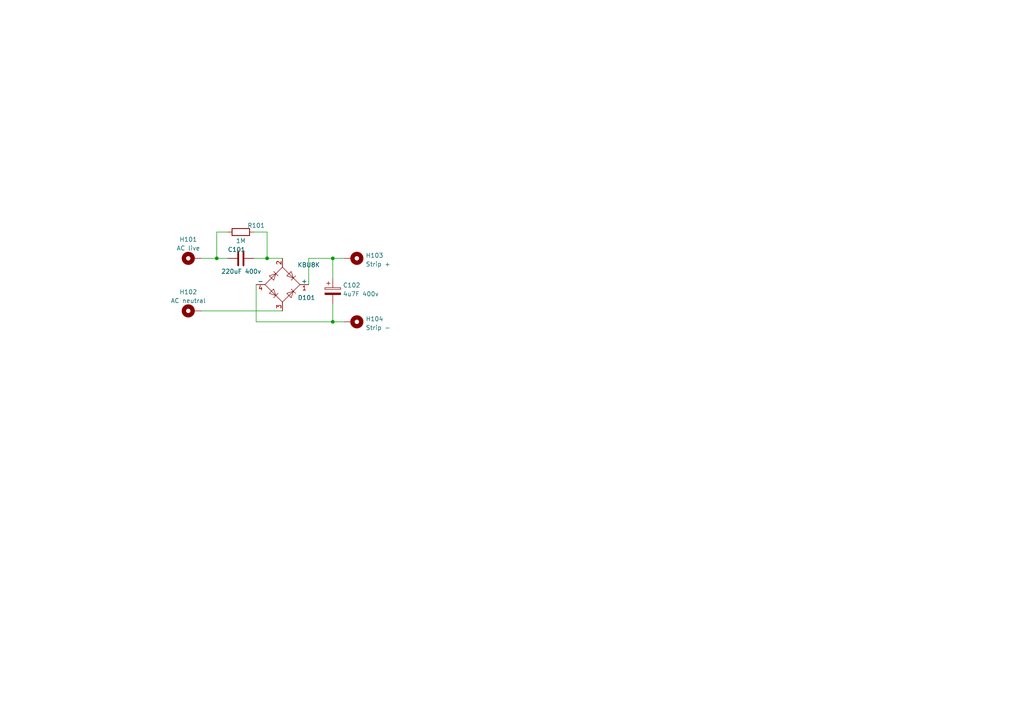
<source format=kicad_sch>
(kicad_sch (version 20211123) (generator eeschema)
  (paper "A4")
  (lib_symbols
    (symbol "Device:C" (pin_numbers hide) (pin_names (offset 0.254))
      (property "Reference" "C" (at 0.635 2.54 0))
      (property "Value" "C" (at 0.635 -2.54 0))
      (symbol "C_0_1"
        (polyline (pts (xy -2.032 -0.762) (xy 2.032 -0.762)) (stroke (width 0.508)))
        (polyline (pts (xy -2.032 0.762) (xy 2.032 0.762)) (stroke (width 0.508)))
      )
      (symbol "C_1_1"
        (pin passive line (at 0 3.81 270) (length 2.794) (name "~") (number "1"))
        (pin passive line (at 0 -3.81 90) (length 2.794) (name "~") (number "2"))
      )
    )
    (symbol "Device:C_Polarized" (pin_numbers hide) (pin_names (offset 0.254))
      (property "Reference" "C" (at 0.635 2.54 0))
      (property "Value" "C_Polarized" (at 0.635 -2.54 0))
      (symbol "C_Polarized_0_1"
        (rectangle (start -2.286 0.508) (end 2.286 1.016))
        (polyline (pts (xy -1.778 2.286) (xy -0.762 2.286)))
        (polyline (pts (xy -1.27 2.794) (xy -1.27 1.778)))
        (rectangle (start 2.286 -0.508) (end -2.286 -1.016) (fill (type outline)))
      )
      (symbol "C_Polarized_1_1"
        (pin passive line (at 0 3.81 270) (length 2.794) (name "~") (number "1"))
        (pin passive line (at 0 -3.81 90) (length 2.794) (name "~") (number "2"))
      )
    )
    (symbol "Device:R" (pin_numbers hide) (pin_names (offset 0))
      (property "Reference" "R" (at 2.032 0 90))
      (property "Value" "R" (at 0 0 90))
      (symbol "R_0_1"
        (rectangle (start -1.016 -2.54) (end 1.016 2.54) (stroke (width 0.254)))
      )
      (symbol "R_1_1"
        (pin passive line (at 0 3.81 270) (length 1.27) (name "~") (number "1"))
        (pin passive line (at 0 -3.81 90) (length 1.27) (name "~") (number "2"))
      )
    )
    (symbol "Diode_Bridge:KBU8K" (pin_names (offset 0))
      (property "Reference" "D" (at 2.54 6.985 0))
      (property "Value" "KBU8K" (at 2.54 5.08 0))
      (symbol "KBU8K_0_1"
        (polyline (pts (xy -2.54 3.81) (xy -1.27 2.54)))
        (polyline (pts (xy -1.27 -2.54) (xy -2.54 -3.81)))
        (polyline (pts (xy 2.54 -1.27) (xy 3.81 -2.54)))
        (polyline (pts (xy 2.54 1.27) (xy 3.81 2.54)))
        (polyline (pts (xy -3.81 2.54) (xy -2.54 1.27) (xy -1.905 3.175) (xy -3.81 2.54)))
        (polyline (pts (xy -2.54 -1.27) (xy -3.81 -2.54) (xy -1.905 -3.175) (xy -2.54 -1.27)))
        (polyline (pts (xy 1.27 2.54) (xy 2.54 3.81) (xy 3.175 1.905) (xy 1.27 2.54)))
        (polyline (pts (xy 3.175 -1.905) (xy 1.27 -2.54) (xy 2.54 -3.81) (xy 3.175 -1.905)))
        (polyline (pts (xy -5.08 0) (xy 0 -5.08) (xy 5.08 0) (xy 0 5.08) (xy -5.08 0)))
      )
      (symbol "KBU8K_1_1"
        (pin passive line (at 7.62 0 180) (length 2.54) (name "+") (number "1"))
        (pin passive line (at 0 -7.62 90) (length 2.54) (name "~") (number "2"))
        (pin passive line (at 0 7.62 270) (length 2.54) (name "~") (number "3"))
        (pin passive line (at -7.62 0 0) (length 2.54) (name "-") (number "4"))
      )
    )
    (symbol "Mechanical:MountingHole_Pad" (pin_numbers hide) (pin_names (offset 1.016) hide)
      (property "Reference" "H" (at 0 6.35 0))
      (property "Value" "MountingHole_Pad" (at 0 4.445 0))
      (symbol "MountingHole_Pad_0_1"
        (circle (center 0 1.27) (radius 1.27) (stroke (width 1.27)))
      )
      (symbol "MountingHole_Pad_1_1"
        (pin input line (at 0 -2.54 90) (length 2.54) (name "1") (number "1"))
      )
    )
  )
  (junction (at 62.865 74.93))
  (junction (at 96.52 93.345))
  (junction (at 77.47 74.93))
  (junction (at 96.52 74.93))
  (wire (pts (xy 77.47 67.31) (xy 77.47 74.93)))
  (wire (pts (xy 62.865 74.93) (xy 66.04 74.93)))
  (wire (pts (xy 96.52 74.93) (xy 96.52 80.645)))
  (wire (pts (xy 89.535 74.93) (xy 96.52 74.93)))
  (wire (pts (xy 62.865 67.31) (xy 62.865 74.93)))
  (wire (pts (xy 73.66 74.93) (xy 77.47 74.93)))
  (wire (pts (xy 96.52 93.345) (xy 99.695 93.345)))
  (wire (pts (xy 58.42 90.17) (xy 81.915 90.17)))
  (wire (pts (xy 99.695 74.93) (xy 96.52 74.93)))
  (wire (pts (xy 74.295 93.345) (xy 96.52 93.345)))
  (wire (pts (xy 89.535 82.55) (xy 89.535 74.93)))
  (wire (pts (xy 96.52 93.345) (xy 96.52 88.265)))
  (wire (pts (xy 58.42 74.93) (xy 62.865 74.93)))
  (wire (pts (xy 74.295 82.55) (xy 74.295 93.345)))
  (wire (pts (xy 66.04 67.31) (xy 62.865 67.31)))
  (wire (pts (xy 77.47 74.93) (xy 81.915 74.93)))
  (wire (pts (xy 73.66 67.31) (xy 77.47 67.31)))
  (symbol (lib_id "Mechanical:MountingHole_Pad") (at 55.88 74.93 90) (unit 1)
    (property "Reference" "H101" (at 54.61 69.4522 90))
    (property "Value" "AC live" (at 54.61 71.9891 90))
    (property "Footprint" "MountingHole:MountingHole_2.2mm_M2_Pad" (effects hide))
  )
  (symbol (lib_id "Diode_Bridge:KBU8K") (at 81.915 82.55 0) (mirror x) (unit 1)
    (property "Reference" "D101" (at 88.9 86.36 0))
    (property "Value" "KBU8K" (at 89.535 76.835 0))
    (property "Footprint" "Diode_THT:Diode_Bridge_Vishay_KBU" (effects hide))
    (property "Datasheet" "http://www.vishay.com/docs/88656/kbu8.pdf" (effects hide))
  )
  (symbol (lib_id "Mechanical:MountingHole_Pad") (at 102.235 74.93 270) (unit 1)
    (property "Reference" "H103" (at 106.045 74.0953 90) (effects (justify left)))
    (property "Value" "Strip +" (at 106.045 76.6322 90) (effects (justify left)))
    (property "Footprint" "MountingHole:MountingHole_2.2mm_M2_Pad" (effects hide))
  )
  (symbol (lib_id "Mechanical:MountingHole_Pad") (at 55.88 90.17 90) (unit 1)
    (property "Reference" "H102" (at 54.61 84.6922 90))
    (property "Value" "AC neutral" (at 54.61 87.2291 90))
    (property "Footprint" "MountingHole:MountingHole_2.2mm_M2_Pad" (effects hide))
  )
  (symbol (lib_id "Device:C_Polarized") (at 96.52 84.455 0) (unit 1)
    (property "Reference" "C102" (at 99.441 82.7313 0) (effects (justify left)))
    (property "Value" "4u7F 400v" (at 99.441 85.2682 0) (effects (justify left)))
    (property "Footprint" "3805_Misc:CP_Radial_L13.0mm_D10.0mm_P5.00mm_Horizontal" (effects hide))
  )
  (symbol (lib_id "Device:R") (at 69.85 67.31 90) (unit 1)
    (property "Reference" "R101" (at 74.295 65.405 90))
    (property "Value" "1M" (at 69.85 69.85 90))
    (property "Footprint" "Resistor_THT:R_Axial_DIN0207_L6.3mm_D2.5mm_P7.62mm_Horizontal" (effects hide))
  )
  (symbol (lib_id "Device:C") (at 69.85 74.93 270) (mirror x) (unit 1)
    (property "Reference" "C101" (at 66.04 72.39 90) (effects (justify left)))
    (property "Value" "220uF 400v" (at 64.135 78.74 90) (effects (justify left)))
    (property "Footprint" "Capacitor_THT:C_Rect_L16.5mm_W9.2mm_P15.00mm_MKT" (effects hide))
  )
  (symbol (lib_id "Mechanical:MountingHole_Pad") (at 102.235 93.345 270) (unit 1)
    (property "Reference" "H104" (at 106.045 92.5103 90) (effects (justify left)))
    (property "Value" "Strip -" (at 106.045 95.0472 90) (effects (justify left)))
    (property "Footprint" "MountingHole:MountingHole_2.2mm_M2_Pad" (effects hide))
  )
)
</source>
